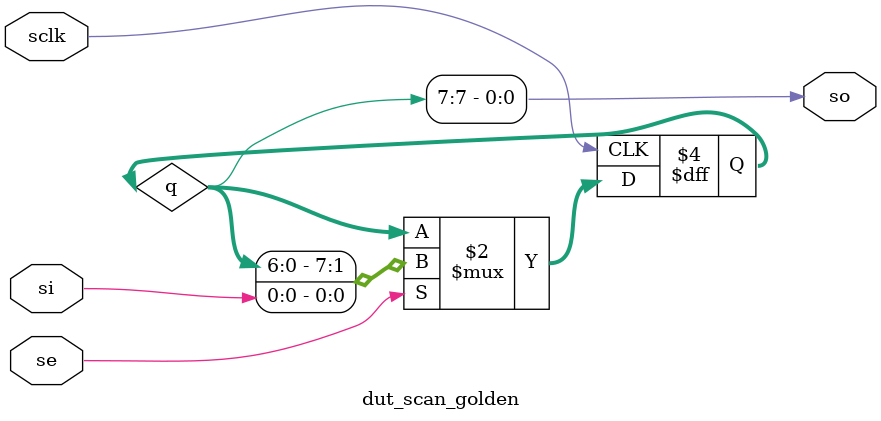
<source format=v>
`timescale 1ns/1ps

module dut_scan_golden #(
    parameter integer CHAIN_LEN = 8
)(
    input  wire se,     // scan enable (1 = scan shift mode)
    input  wire sclk,   // scan clock
    input  wire si,     // scan in
    output wire so      // scan out
);

    reg [CHAIN_LEN-1:0] q;

    // Shift on rising edge of sclk when scan enabled
    always @(posedge sclk) begin
        if (se) begin
            // shift toward MSB, MSB goes out as so
            q <= {q[CHAIN_LEN-2:0], si};
        end
    end

    // scan out = MSB of chain
    assign so = q[CHAIN_LEN-1];

endmodule

</source>
